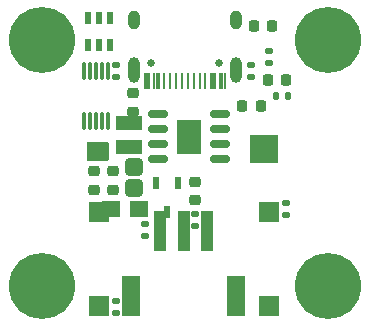
<source format=gts>
G04 #@! TF.GenerationSoftware,KiCad,Pcbnew,7.0.1-0*
G04 #@! TF.CreationDate,2024-01-29T00:44:30+01:00*
G04 #@! TF.ProjectId,Smart_Lamps,536d6172-745f-44c6-916d-70732e6b6963,rev?*
G04 #@! TF.SameCoordinates,Original*
G04 #@! TF.FileFunction,Soldermask,Top*
G04 #@! TF.FilePolarity,Negative*
%FSLAX46Y46*%
G04 Gerber Fmt 4.6, Leading zero omitted, Abs format (unit mm)*
G04 Created by KiCad (PCBNEW 7.0.1-0) date 2024-01-29 00:44:30*
%MOMM*%
%LPD*%
G01*
G04 APERTURE LIST*
G04 Aperture macros list*
%AMRoundRect*
0 Rectangle with rounded corners*
0 $1 Rounding radius*
0 $2 $3 $4 $5 $6 $7 $8 $9 X,Y pos of 4 corners*
0 Add a 4 corners polygon primitive as box body*
4,1,4,$2,$3,$4,$5,$6,$7,$8,$9,$2,$3,0*
0 Add four circle primitives for the rounded corners*
1,1,$1+$1,$2,$3*
1,1,$1+$1,$4,$5*
1,1,$1+$1,$6,$7*
1,1,$1+$1,$8,$9*
0 Add four rect primitives between the rounded corners*
20,1,$1+$1,$2,$3,$4,$5,0*
20,1,$1+$1,$4,$5,$6,$7,0*
20,1,$1+$1,$6,$7,$8,$9,0*
20,1,$1+$1,$8,$9,$2,$3,0*%
G04 Aperture macros list end*
%ADD10RoundRect,0.225000X0.250000X-0.225000X0.250000X0.225000X-0.250000X0.225000X-0.250000X-0.225000X0*%
%ADD11RoundRect,0.135000X-0.135000X-0.185000X0.135000X-0.185000X0.135000X0.185000X-0.135000X0.185000X0*%
%ADD12R,0.600000X1.070000*%
%ADD13R,1.800000X1.800000*%
%ADD14RoundRect,0.135000X0.185000X-0.135000X0.185000X0.135000X-0.185000X0.135000X-0.185000X-0.135000X0*%
%ADD15RoundRect,0.225000X-0.250000X0.225000X-0.250000X-0.225000X0.250000X-0.225000X0.250000X0.225000X0*%
%ADD16RoundRect,0.135000X-0.185000X0.135000X-0.185000X-0.135000X0.185000X-0.135000X0.185000X0.135000X0*%
%ADD17RoundRect,0.225000X0.225000X0.250000X-0.225000X0.250000X-0.225000X-0.250000X0.225000X-0.250000X0*%
%ADD18RoundRect,0.381000X-0.390500X-0.381000X0.390500X-0.381000X0.390500X0.381000X-0.390500X0.381000X0*%
%ADD19R,2.200000X1.200000*%
%ADD20C,3.600000*%
%ADD21C,5.600000*%
%ADD22RoundRect,0.150000X0.675000X0.150000X-0.675000X0.150000X-0.675000X-0.150000X0.675000X-0.150000X0*%
%ADD23R,2.043000X3.000000*%
%ADD24O,0.280000X1.620000*%
%ADD25RoundRect,0.225000X-0.225000X-0.250000X0.225000X-0.250000X0.225000X0.250000X-0.225000X0.250000X0*%
%ADD26R,0.530000X1.070000*%
%ADD27C,0.670000*%
%ADD28R,0.250000X1.450000*%
%ADD29R,0.300000X1.450000*%
%ADD30RoundRect,0.500000X0.000000X0.600000X0.000000X0.600000X0.000000X-0.600000X0.000000X-0.600000X0*%
%ADD31RoundRect,0.500000X0.000000X0.300000X0.000000X0.300000X0.000000X-0.300000X0.000000X-0.300000X0*%
%ADD32R,1.500000X3.400000*%
%ADD33R,1.000000X3.500000*%
%ADD34R,1.500000X1.360000*%
G04 APERTURE END LIST*
D10*
X132100000Y-116725000D03*
X132100000Y-115175000D03*
D11*
X145900000Y-108800000D03*
X146920000Y-108800000D03*
D12*
X137650000Y-116160000D03*
X135750000Y-116160000D03*
X136700000Y-118640000D03*
D13*
X145300000Y-126600000D03*
X145300000Y-118600000D03*
D14*
X146800000Y-118910000D03*
X146800000Y-117890000D03*
D15*
X133850000Y-108575000D03*
X133850000Y-110125000D03*
D16*
X132400000Y-106140000D03*
X132400000Y-107160000D03*
D17*
X145600000Y-102850000D03*
X144050000Y-102850000D03*
D18*
X133900000Y-114800000D03*
X133900000Y-116600000D03*
D16*
X145350000Y-104990000D03*
X145350000Y-106010000D03*
X134800000Y-119640000D03*
X134800000Y-120660000D03*
D19*
X133500000Y-113150000D03*
X133500000Y-111090000D03*
D20*
X150300000Y-124900000D03*
D21*
X150300000Y-124900000D03*
D22*
X141150000Y-114160000D03*
X141150000Y-112890000D03*
X141150000Y-111620000D03*
X141150000Y-110350000D03*
X135900000Y-110350000D03*
X135900000Y-111620000D03*
X135900000Y-112890000D03*
X135900000Y-114160000D03*
D23*
X138525000Y-112255000D03*
D20*
X126100000Y-124900000D03*
D21*
X126100000Y-124900000D03*
D20*
X126100000Y-104100000D03*
D21*
X126100000Y-104100000D03*
D14*
X139100000Y-119800000D03*
X139100000Y-118780000D03*
X132400000Y-127210000D03*
X132400000Y-126190000D03*
D24*
X129700000Y-110920000D03*
X130200000Y-110920000D03*
X130700000Y-110920000D03*
X131200000Y-110920000D03*
X131700000Y-110920000D03*
X131700000Y-106700000D03*
X131200000Y-106700000D03*
X130700000Y-106700000D03*
X130200000Y-106700000D03*
X129700000Y-106700000D03*
D17*
X144625000Y-109650000D03*
X143075000Y-109650000D03*
D13*
X130900000Y-126600000D03*
X130900000Y-118600000D03*
D10*
X130500000Y-116725000D03*
X130500000Y-115175000D03*
X139050000Y-117650000D03*
X139050000Y-116100000D03*
D25*
X145250000Y-107450000D03*
X146800000Y-107450000D03*
D26*
X131900000Y-102200000D03*
X130950000Y-102200000D03*
X130000000Y-102200000D03*
X130000000Y-104500000D03*
X130950000Y-104500000D03*
X131900000Y-104500000D03*
D16*
X143800000Y-106190000D03*
X143800000Y-107210000D03*
D27*
X141100000Y-106050000D03*
X135300000Y-106050000D03*
D28*
X141575000Y-107500000D03*
X140775000Y-107500000D03*
X139450000Y-107500000D03*
X138450000Y-107500000D03*
X137950000Y-107500000D03*
X136950000Y-107500000D03*
X135625000Y-107500000D03*
X134825000Y-107500000D03*
D29*
X135100000Y-107500000D03*
X135900000Y-107500000D03*
D28*
X136450000Y-107500000D03*
X137450000Y-107500000D03*
X138950000Y-107500000D03*
X139950000Y-107500000D03*
D29*
X140500000Y-107500000D03*
X141300000Y-107500000D03*
D30*
X142520000Y-106580000D03*
D31*
X142520000Y-102400000D03*
D30*
X133880000Y-106580000D03*
D31*
X133880000Y-102400000D03*
D20*
X150300000Y-104100000D03*
D21*
X150300000Y-104100000D03*
D32*
X142530000Y-125770000D03*
X133670000Y-125770000D03*
D33*
X136100000Y-120230000D03*
X138100000Y-120230000D03*
X140100000Y-120230000D03*
D34*
X134350000Y-118350000D03*
X131950000Y-118350000D03*
G36*
X146038000Y-112166613D02*
G01*
X146083387Y-112212000D01*
X146100000Y-112274000D01*
X146100000Y-114376000D01*
X146083387Y-114438000D01*
X146038000Y-114483387D01*
X145976000Y-114500000D01*
X143824000Y-114500000D01*
X143762000Y-114483387D01*
X143716613Y-114438000D01*
X143700000Y-114376000D01*
X143700000Y-112274000D01*
X143716613Y-112212000D01*
X143762000Y-112166613D01*
X143824000Y-112150000D01*
X145976000Y-112150000D01*
X146038000Y-112166613D01*
G37*
G36*
X131688000Y-112716613D02*
G01*
X131733387Y-112762000D01*
X131750000Y-112824000D01*
X131750000Y-114176000D01*
X131733387Y-114238000D01*
X131688000Y-114283387D01*
X131626000Y-114300000D01*
X130024000Y-114300000D01*
X129962000Y-114283387D01*
X129916613Y-114238000D01*
X129900000Y-114176000D01*
X129900000Y-112824000D01*
X129916613Y-112762000D01*
X129962000Y-112716613D01*
X130024000Y-112700000D01*
X131626000Y-112700000D01*
X131688000Y-112716613D01*
G37*
G36*
X146088830Y-112143152D02*
G01*
X146100804Y-112148112D01*
X146101887Y-112149195D01*
X146106848Y-112161170D01*
X146107000Y-112161935D01*
X146107000Y-114488065D01*
X146106848Y-114488831D01*
X146101887Y-114500805D01*
X146100805Y-114501887D01*
X146088831Y-114506848D01*
X146088065Y-114507000D01*
X143711935Y-114507000D01*
X143711170Y-114506848D01*
X143699195Y-114501887D01*
X143698112Y-114500804D01*
X143693152Y-114488830D01*
X143693000Y-114488065D01*
X143693000Y-112161935D01*
X143693152Y-112161170D01*
X143696950Y-112152000D01*
X143702000Y-112152000D01*
X143702000Y-114498000D01*
X146098000Y-114498000D01*
X146098000Y-112152000D01*
X143702000Y-112152000D01*
X143696950Y-112152000D01*
X143698112Y-112149195D01*
X143699195Y-112148112D01*
X143711170Y-112143152D01*
X143711935Y-112143000D01*
X146088065Y-112143000D01*
X146088830Y-112143152D01*
G37*
G36*
X131738830Y-112693152D02*
G01*
X131750804Y-112698112D01*
X131751887Y-112699195D01*
X131756848Y-112711170D01*
X131757000Y-112711935D01*
X131757000Y-114288065D01*
X131756848Y-114288831D01*
X131751887Y-114300805D01*
X131750805Y-114301887D01*
X131738831Y-114306848D01*
X131738065Y-114307000D01*
X129911935Y-114307000D01*
X129911170Y-114306848D01*
X129899195Y-114301887D01*
X129898112Y-114300804D01*
X129893152Y-114288830D01*
X129893000Y-114288065D01*
X129893000Y-112711935D01*
X129893152Y-112711170D01*
X129896950Y-112702000D01*
X129902000Y-112702000D01*
X129902000Y-114298000D01*
X131748000Y-114298000D01*
X131748000Y-112702000D01*
X129902000Y-112702000D01*
X129896950Y-112702000D01*
X129898112Y-112699195D01*
X129899195Y-112698112D01*
X129911170Y-112693152D01*
X129911935Y-112693000D01*
X131738065Y-112693000D01*
X131738830Y-112693152D01*
G37*
M02*

</source>
